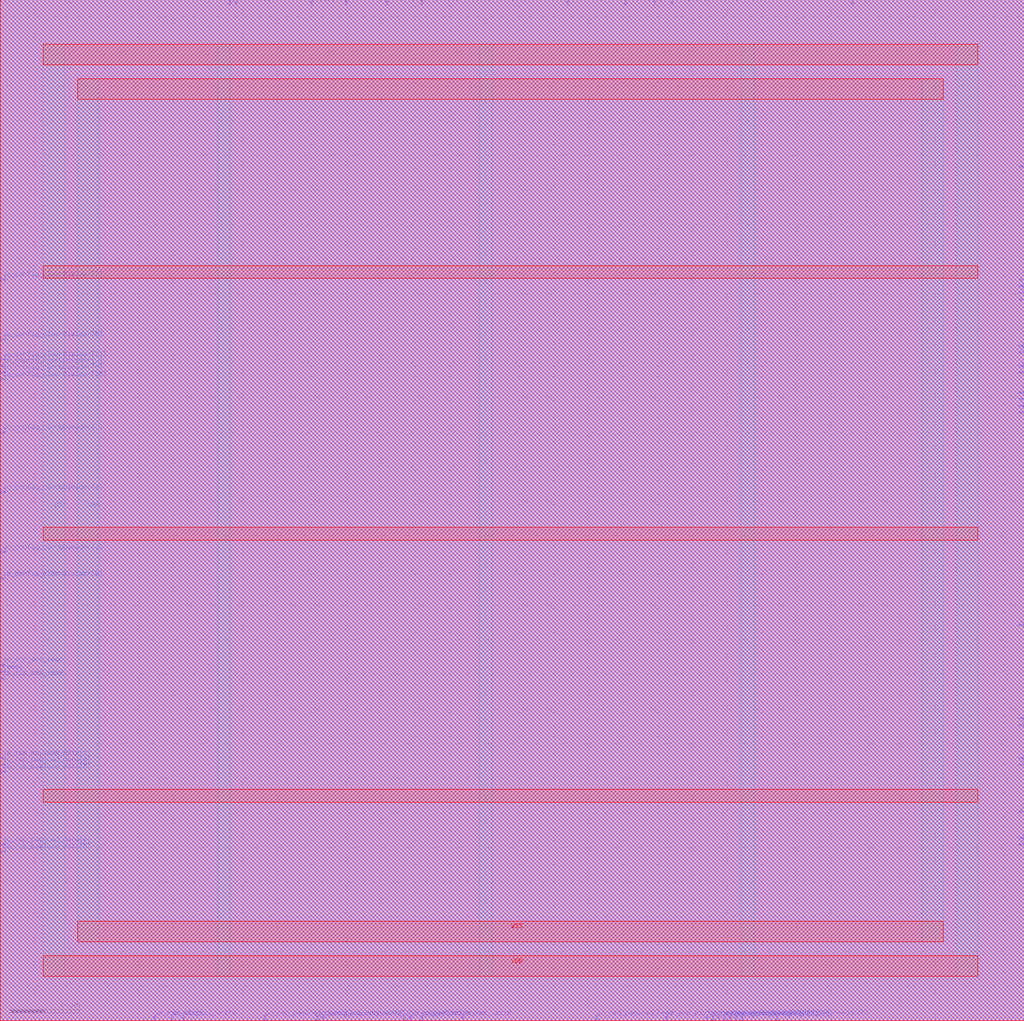
<source format=lef>
VERSION 5.8 ;
BUSBITCHARS "[]" ;
DIVIDERCHAR "/" ;
UNITS
    DATABASE MICRONS 1000 ;
END UNITS

VIA I2cDeviceCtrl_via1_2_1840_440_1_4_410_410
  VIARULE via1Array ;
  CUTSIZE 0.19 0.19 ;
  LAYERS Metal1 Via1 Metal2 ;
  CUTSPACING 0.22 0.22 ;
  ENCLOSURE 0.05 0.125 0.005 0.05 ;
  ROWCOL 1 4 ;
END I2cDeviceCtrl_via1_2_1840_440_1_4_410_410

VIA I2cDeviceCtrl_via2_3_1840_440_1_4_410_410
  VIARULE via2Array ;
  CUTSIZE 0.19 0.19 ;
  LAYERS Metal2 Via2 Metal3 ;
  CUTSPACING 0.22 0.22 ;
  ENCLOSURE 0.005 0.05 0.05 0.005 ;
  ROWCOL 1 4 ;
END I2cDeviceCtrl_via2_3_1840_440_1_4_410_410

VIA I2cDeviceCtrl_via3_4_1840_440_1_4_410_410
  VIARULE via3Array ;
  CUTSIZE 0.19 0.19 ;
  LAYERS Metal3 Via3 Metal4 ;
  CUTSPACING 0.22 0.22 ;
  ENCLOSURE 0.05 0.005 0.21 0.05 ;
  ROWCOL 1 4 ;
END I2cDeviceCtrl_via3_4_1840_440_1_4_410_410

VIA I2cDeviceCtrl_via4_5_3000_3000_6_6_480_480
  VIARULE via4Array ;
  CUTSIZE 0.19 0.19 ;
  LAYERS Metal4 Via4 Metal5 ;
  CUTSPACING 0.29 0.29 ;
  ENCLOSURE 0.205 0.05 0.05 0.205 ;
  ROWCOL 6 6 ;
END I2cDeviceCtrl_via4_5_3000_3000_6_6_480_480

VIA I2cDeviceCtrl_via4_5_3000_1840_4_6_480_480
  VIARULE via4Array ;
  CUTSIZE 0.19 0.19 ;
  LAYERS Metal4 Via4 Metal5 ;
  CUTSPACING 0.29 0.29 ;
  ENCLOSURE 0.205 0.05 0.05 0.105 ;
  ROWCOL 4 6 ;
END I2cDeviceCtrl_via4_5_3000_1840_4_6_480_480

VIA I2cDeviceCtrl_via4_5_1840_3000_6_4_480_480
  VIARULE via4Array ;
  CUTSIZE 0.19 0.19 ;
  LAYERS Metal4 Via4 Metal5 ;
  CUTSPACING 0.29 0.29 ;
  ENCLOSURE 0.105 0.05 0.05 0.205 ;
  ROWCOL 6 4 ;
END I2cDeviceCtrl_via4_5_1840_3000_6_4_480_480

VIA I2cDeviceCtrl_via4_5_1840_1840_4_4_480_480
  VIARULE via4Array ;
  CUTSIZE 0.19 0.19 ;
  LAYERS Metal4 Via4 Metal5 ;
  CUTSPACING 0.29 0.29 ;
  ENCLOSURE 0.105 0.05 0.05 0.105 ;
  ROWCOL 4 4 ;
END I2cDeviceCtrl_via4_5_1840_1840_4_4_480_480

MACRO I2cDeviceCtrl
  FOREIGN I2cDeviceCtrl 0 0 ;
  CLASS BLOCK ;
  SIZE 147.84 BY 147.42 ;
  PIN IOVDD
    USE POWER ;
    DIRECTION INOUT ;
  END IOVDD
  PIN IOVSS
    USE GROUND ;
    DIRECTION INOUT ;
  END IOVSS
  PIN clock
    DIRECTION INPUT ;
    USE SIGNAL ;
    PORT
      LAYER Metal2 ;
        RECT  26.36 0 26.56 0.72 ;
    END
  END clock
  PIN io_cmd_payload_data[0]
    DIRECTION OUTPUT ;
    USE SIGNAL ;
    PORT
      LAYER Metal3 ;
        RECT  147.12 57.02 147.84 57.22 ;
    END
  END io_cmd_payload_data[0]
  PIN io_cmd_payload_data[1]
    DIRECTION OUTPUT ;
    USE SIGNAL ;
    PORT
      LAYER Metal3 ;
        RECT  147.12 43.58 147.84 43.78 ;
    END
  END io_cmd_payload_data[1]
  PIN io_cmd_payload_data[2]
    DIRECTION OUTPUT ;
    USE SIGNAL ;
    PORT
      LAYER Metal3 ;
        RECT  147.12 37.82 147.84 38.02 ;
    END
  END io_cmd_payload_data[2]
  PIN io_cmd_payload_data[3]
    DIRECTION OUTPUT ;
    USE SIGNAL ;
    PORT
      LAYER Metal2 ;
        RECT  107 0 107.2 0.72 ;
    END
  END io_cmd_payload_data[3]
  PIN io_cmd_payload_data[4]
    DIRECTION OUTPUT ;
    USE SIGNAL ;
    PORT
      LAYER Metal2 ;
        RECT  102.8 0 103 0.72 ;
    END
  END io_cmd_payload_data[4]
  PIN io_cmd_payload_data[5]
    DIRECTION OUTPUT ;
    USE SIGNAL ;
    PORT
      LAYER Metal2 ;
        RECT  105.32 0 105.52 0.72 ;
    END
  END io_cmd_payload_data[5]
  PIN io_cmd_payload_data[6]
    DIRECTION OUTPUT ;
    USE SIGNAL ;
    PORT
      LAYER Metal3 ;
        RECT  147.12 25.34 147.84 25.54 ;
    END
  END io_cmd_payload_data[6]
  PIN io_cmd_payload_data[7]
    DIRECTION OUTPUT ;
    USE SIGNAL ;
    PORT
      LAYER Metal3 ;
        RECT  147.12 26.3 147.84 26.5 ;
    END
  END io_cmd_payload_data[7]
  PIN io_cmd_payload_read
    DIRECTION OUTPUT ;
    USE SIGNAL ;
    PORT
      LAYER Metal2 ;
        RECT  86 0 86.2 0.72 ;
    END
  END io_cmd_payload_read
  PIN io_cmd_payload_reg
    DIRECTION OUTPUT ;
    USE SIGNAL ;
    PORT
      LAYER Metal2 ;
        RECT  96.08 0 96.28 0.72 ;
    END
  END io_cmd_payload_reg
  PIN io_cmd_ready
    DIRECTION INPUT ;
    USE SIGNAL ;
    PORT
      LAYER Metal2 ;
        RECT  60.8 0 61 0.72 ;
    END
  END io_cmd_ready
  PIN io_cmd_valid
    DIRECTION OUTPUT ;
    USE SIGNAL ;
    PORT
      LAYER Metal2 ;
        RECT  59.12 0 59.32 0.72 ;
    END
  END io_cmd_valid
  PIN io_config_clockDivider[0]
    DIRECTION INPUT ;
    USE SIGNAL ;
    PORT
      LAYER Metal3 ;
        RECT  0 63.74 0.72 63.94 ;
    END
  END io_config_clockDivider[0]
  PIN io_config_clockDivider[10]
    DIRECTION INPUT ;
    USE SIGNAL ;
    PORT
      LAYER Metal3 ;
        RECT  0 92.54 0.72 92.74 ;
    END
  END io_config_clockDivider[10]
  PIN io_config_clockDivider[11]
    DIRECTION INPUT ;
    USE SIGNAL ;
    PORT
      LAYER Metal3 ;
        RECT  0 95.42 0.72 95.62 ;
    END
  END io_config_clockDivider[11]
  PIN io_config_clockDivider[12]
    DIRECTION INPUT ;
    USE SIGNAL ;
    PORT
      LAYER Metal2 ;
        RECT  60.8 146.7 61 147.42 ;
    END
  END io_config_clockDivider[12]
  PIN io_config_clockDivider[13]
    DIRECTION INPUT ;
    USE SIGNAL ;
    PORT
      LAYER Metal2 ;
        RECT  55.76 146.7 55.96 147.42 ;
    END
  END io_config_clockDivider[13]
  PIN io_config_clockDivider[14]
    DIRECTION INPUT ;
    USE SIGNAL ;
    PORT
      LAYER Metal2 ;
        RECT  49.88 146.7 50.08 147.42 ;
    END
  END io_config_clockDivider[14]
  PIN io_config_clockDivider[15]
    DIRECTION INPUT ;
    USE SIGNAL ;
    PORT
      LAYER Metal2 ;
        RECT  44.84 146.7 45.04 147.42 ;
    END
  END io_config_clockDivider[15]
  PIN io_config_clockDivider[1]
    DIRECTION INPUT ;
    USE SIGNAL ;
    PORT
      LAYER Metal3 ;
        RECT  0 67.58 0.72 67.78 ;
    END
  END io_config_clockDivider[1]
  PIN io_config_clockDivider[2]
    DIRECTION INPUT ;
    USE SIGNAL ;
    PORT
      LAYER Metal3 ;
        RECT  0 76.22 0.72 76.42 ;
    END
  END io_config_clockDivider[2]
  PIN io_config_clockDivider[3]
    DIRECTION INPUT ;
    USE SIGNAL ;
    PORT
      LAYER Metal3 ;
        RECT  0 84.86 0.72 85.06 ;
    END
  END io_config_clockDivider[3]
  PIN io_config_clockDivider[4]
    DIRECTION INPUT ;
    USE SIGNAL ;
    PORT
      LAYER Metal2 ;
        RECT  33.92 146.7 34.12 147.42 ;
    END
  END io_config_clockDivider[4]
  PIN io_config_clockDivider[5]
    DIRECTION INPUT ;
    USE SIGNAL ;
    PORT
      LAYER Metal2 ;
        RECT  33.08 146.7 33.28 147.42 ;
    END
  END io_config_clockDivider[5]
  PIN io_config_clockDivider[6]
    DIRECTION INPUT ;
    USE SIGNAL ;
    PORT
      LAYER Metal3 ;
        RECT  0 98.3 0.72 98.5 ;
    END
  END io_config_clockDivider[6]
  PIN io_config_clockDivider[7]
    DIRECTION INPUT ;
    USE SIGNAL ;
    PORT
      LAYER Metal3 ;
        RECT  0 106.94 0.72 107.14 ;
    END
  END io_config_clockDivider[7]
  PIN io_config_clockDivider[8]
    DIRECTION INPUT ;
    USE SIGNAL ;
    PORT
      LAYER Metal3 ;
        RECT  0 93.5 0.72 93.7 ;
    END
  END io_config_clockDivider[8]
  PIN io_config_clockDivider[9]
    DIRECTION INPUT ;
    USE SIGNAL ;
    PORT
      LAYER Metal3 ;
        RECT  0 94.46 0.72 94.66 ;
    END
  END io_config_clockDivider[9]
  PIN io_config_deviceAddr[0]
    DIRECTION INPUT ;
    USE SIGNAL ;
    PORT
      LAYER Metal3 ;
        RECT  147.12 42.62 147.84 42.82 ;
    END
  END io_config_deviceAddr[0]
  PIN io_config_deviceAddr[1]
    DIRECTION INPUT ;
    USE SIGNAL ;
    PORT
      LAYER Metal3 ;
        RECT  147.12 36.86 147.84 37.06 ;
    END
  END io_config_deviceAddr[1]
  PIN io_config_deviceAddr[2]
    DIRECTION INPUT ;
    USE SIGNAL ;
    PORT
      LAYER Metal2 ;
        RECT  106.16 0 106.36 0.72 ;
    END
  END io_config_deviceAddr[2]
  PIN io_config_deviceAddr[3]
    DIRECTION INPUT ;
    USE SIGNAL ;
    PORT
      LAYER Metal2 ;
        RECT  101.96 0 102.16 0.72 ;
    END
  END io_config_deviceAddr[3]
  PIN io_config_deviceAddr[4]
    DIRECTION INPUT ;
    USE SIGNAL ;
    PORT
      LAYER Metal2 ;
        RECT  103.64 0 103.84 0.72 ;
    END
  END io_config_deviceAddr[4]
  PIN io_config_deviceAddr[5]
    DIRECTION INPUT ;
    USE SIGNAL ;
    PORT
      LAYER Metal2 ;
        RECT  112.04 0 112.24 0.72 ;
    END
  END io_config_deviceAddr[5]
  PIN io_config_deviceAddr[6]
    DIRECTION INPUT ;
    USE SIGNAL ;
    PORT
      LAYER Metal3 ;
        RECT  147.12 30.14 147.84 30.34 ;
    END
  END io_config_deviceAddr[6]
  PIN io_config_timeout[0]
    DIRECTION INPUT ;
    USE SIGNAL ;
    PORT
      LAYER Metal3 ;
        RECT  147.12 89.66 147.84 89.86 ;
    END
  END io_config_timeout[0]
  PIN io_config_timeout[10]
    DIRECTION INPUT ;
    USE SIGNAL ;
    PORT
      LAYER Metal3 ;
        RECT  147.12 87.74 147.84 87.94 ;
    END
  END io_config_timeout[10]
  PIN io_config_timeout[11]
    DIRECTION INPUT ;
    USE SIGNAL ;
    PORT
      LAYER Metal3 ;
        RECT  147.12 93.5 147.84 93.7 ;
    END
  END io_config_timeout[11]
  PIN io_config_timeout[12]
    DIRECTION INPUT ;
    USE SIGNAL ;
    PORT
      LAYER Metal2 ;
        RECT  96.92 146.7 97.12 147.42 ;
    END
  END io_config_timeout[12]
  PIN io_config_timeout[13]
    DIRECTION INPUT ;
    USE SIGNAL ;
    PORT
      LAYER Metal2 ;
        RECT  90.2 146.7 90.4 147.42 ;
    END
  END io_config_timeout[13]
  PIN io_config_timeout[14]
    DIRECTION INPUT ;
    USE SIGNAL ;
    PORT
      LAYER Metal2 ;
        RECT  81.8 146.7 82 147.42 ;
    END
  END io_config_timeout[14]
  PIN io_config_timeout[15]
    DIRECTION INPUT ;
    USE SIGNAL ;
    PORT
      LAYER Metal2 ;
        RECT  94.4 146.7 94.6 147.42 ;
    END
  END io_config_timeout[15]
  PIN io_config_timeout[1]
    DIRECTION INPUT ;
    USE SIGNAL ;
    PORT
      LAYER Metal3 ;
        RECT  147.12 105.98 147.84 106.18 ;
    END
  END io_config_timeout[1]
  PIN io_config_timeout[2]
    DIRECTION INPUT ;
    USE SIGNAL ;
    PORT
      LAYER Metal3 ;
        RECT  147.12 94.46 147.84 94.66 ;
    END
  END io_config_timeout[2]
  PIN io_config_timeout[3]
    DIRECTION INPUT ;
    USE SIGNAL ;
    PORT
      LAYER Metal3 ;
        RECT  147.12 97.34 147.84 97.54 ;
    END
  END io_config_timeout[3]
  PIN io_config_timeout[4]
    DIRECTION INPUT ;
    USE SIGNAL ;
    PORT
      LAYER Metal3 ;
        RECT  147.12 104.06 147.84 104.26 ;
    END
  END io_config_timeout[4]
  PIN io_config_timeout[5]
    DIRECTION INPUT ;
    USE SIGNAL ;
    PORT
      LAYER Metal3 ;
        RECT  147.12 106.94 147.84 107.14 ;
    END
  END io_config_timeout[5]
  PIN io_config_timeout[6]
    DIRECTION INPUT ;
    USE SIGNAL ;
    PORT
      LAYER Metal3 ;
        RECT  147.12 105.02 147.84 105.22 ;
    END
  END io_config_timeout[6]
  PIN io_config_timeout[7]
    DIRECTION INPUT ;
    USE SIGNAL ;
    PORT
      LAYER Metal3 ;
        RECT  147.12 96.38 147.84 96.58 ;
    END
  END io_config_timeout[7]
  PIN io_config_timeout[8]
    DIRECTION INPUT ;
    USE SIGNAL ;
    PORT
      LAYER Metal3 ;
        RECT  147.12 88.7 147.84 88.9 ;
    END
  END io_config_timeout[8]
  PIN io_config_timeout[9]
    DIRECTION INPUT ;
    USE SIGNAL ;
    PORT
      LAYER Metal3 ;
        RECT  147.12 90.62 147.84 90.82 ;
    END
  END io_config_timeout[9]
  PIN io_i2c_interrupts[0]
    DIRECTION OUTPUT ;
    USE SIGNAL ;
    PORT
      LAYER Metal3 ;
        RECT  147.12 123.26 147.84 123.46 ;
    END
  END io_i2c_interrupts[0]
  PIN io_i2c_scl_read
    DIRECTION INPUT ;
    USE SIGNAL ;
    PORT
      LAYER Metal3 ;
        RECT  0 51.26 0.72 51.46 ;
    END
  END io_i2c_scl_read
  PIN io_i2c_scl_write
    DIRECTION OUTPUT ;
    USE SIGNAL ;
    PORT
      LAYER Metal2 ;
        RECT  24.68 0 24.88 0.72 ;
    END
  END io_i2c_scl_write
  PIN io_i2c_sda_read
    DIRECTION INPUT ;
    USE SIGNAL ;
    PORT
      LAYER Metal3 ;
        RECT  0 49.34 0.72 49.54 ;
    END
  END io_i2c_sda_read
  PIN io_i2c_sda_write
    DIRECTION OUTPUT ;
    USE SIGNAL ;
    PORT
      LAYER Metal2 ;
        RECT  104.48 0 104.68 0.72 ;
    END
  END io_i2c_sda_write
  PIN io_interrupts[0]
    DIRECTION INPUT ;
    USE SIGNAL ;
    PORT
      LAYER Metal2 ;
        RECT  122.96 146.7 123.16 147.42 ;
    END
  END io_interrupts[0]
  PIN io_rsp_payload_data[0]
    DIRECTION INPUT ;
    USE SIGNAL ;
    PORT
      LAYER Metal3 ;
        RECT  0 35.9 0.72 36.1 ;
    END
  END io_rsp_payload_data[0]
  PIN io_rsp_payload_data[1]
    DIRECTION INPUT ;
    USE SIGNAL ;
    PORT
      LAYER Metal3 ;
        RECT  0 37.82 0.72 38.02 ;
    END
  END io_rsp_payload_data[1]
  PIN io_rsp_payload_data[2]
    DIRECTION INPUT ;
    USE SIGNAL ;
    PORT
      LAYER Metal3 ;
        RECT  0 25.34 0.72 25.54 ;
    END
  END io_rsp_payload_data[2]
  PIN io_rsp_payload_data[3]
    DIRECTION INPUT ;
    USE SIGNAL ;
    PORT
      LAYER Metal3 ;
        RECT  0 36.86 0.72 37.06 ;
    END
  END io_rsp_payload_data[3]
  PIN io_rsp_payload_data[4]
    DIRECTION INPUT ;
    USE SIGNAL ;
    PORT
      LAYER Metal2 ;
        RECT  45.68 0 45.88 0.72 ;
    END
  END io_rsp_payload_data[4]
  PIN io_rsp_payload_data[5]
    DIRECTION INPUT ;
    USE SIGNAL ;
    PORT
      LAYER Metal2 ;
        RECT  38.12 0 38.32 0.72 ;
    END
  END io_rsp_payload_data[5]
  PIN io_rsp_payload_data[6]
    DIRECTION INPUT ;
    USE SIGNAL ;
    PORT
      LAYER Metal3 ;
        RECT  0 24.38 0.72 24.58 ;
    END
  END io_rsp_payload_data[6]
  PIN io_rsp_payload_data[7]
    DIRECTION INPUT ;
    USE SIGNAL ;
    PORT
      LAYER Metal2 ;
        RECT  46.52 0 46.72 0.72 ;
    END
  END io_rsp_payload_data[7]
  PIN io_rsp_payload_error
    DIRECTION INPUT ;
    USE SIGNAL ;
    PORT
      LAYER Metal2 ;
        RECT  58.28 0 58.48 0.72 ;
    END
  END io_rsp_payload_error
  PIN io_rsp_ready
    DIRECTION OUTPUT ;
    USE SIGNAL ;
    PORT
      LAYER Metal2 ;
        RECT  22.16 0 22.36 0.72 ;
    END
  END io_rsp_ready
  PIN io_rsp_valid
    DIRECTION INPUT ;
    USE SIGNAL ;
    PORT
      LAYER Metal2 ;
        RECT  66.68 0 66.88 0.72 ;
    END
  END io_rsp_valid
  PIN reset
    DIRECTION INPUT ;
    USE SIGNAL ;
    PORT
      LAYER Metal3 ;
        RECT  0 50.3 0.72 50.5 ;
    END
  END reset
  PIN VDD
    DIRECTION INOUT ;
    USE POWER ;
    PORT
      LAYER Metal5 ;
        RECT  6.22 69.38 141.14 71.22 ;
      LAYER Metal4 ;
        RECT  69.2 6.4 71.04 141.02 ;
      LAYER Metal5 ;
        RECT  6.22 138.02 141.14 141.02 ;
        RECT  6.22 6.4 141.14 9.4 ;
      LAYER Metal4 ;
        RECT  138.14 6.4 141.14 141.02 ;
        RECT  6.22 6.4 9.22 141.02 ;
    END
  END VDD
  PIN VSS
    DIRECTION INOUT ;
    USE GROUND ;
    PORT
      LAYER Metal5 ;
        RECT  6.22 107.18 141.14 109.02 ;
        RECT  6.22 31.58 141.14 33.42 ;
      LAYER Metal4 ;
        RECT  107 6.4 108.84 141.02 ;
        RECT  31.4 6.4 33.24 141.02 ;
      LAYER Metal5 ;
        RECT  11.22 133.02 136.14 136.02 ;
        RECT  11.22 11.4 136.14 14.4 ;
      LAYER Metal4 ;
        RECT  133.14 11.4 136.14 136.02 ;
        RECT  11.22 11.4 14.22 136.02 ;
    END
  END VSS
  OBS
    LAYER Metal1 ;
     RECT  0 0 147.84 147.42 ;
    LAYER Metal2 ;
     RECT  0 0 147.84 147.42 ;
    LAYER Metal3 ;
     RECT  0 0 147.84 147.42 ;
    LAYER Metal4 ;
     RECT  0 0 147.84 147.42 ;
    LAYER Metal5 ;
     RECT  0 0 147.84 147.42 ;
  END
END I2cDeviceCtrl
END LIBRARY

</source>
